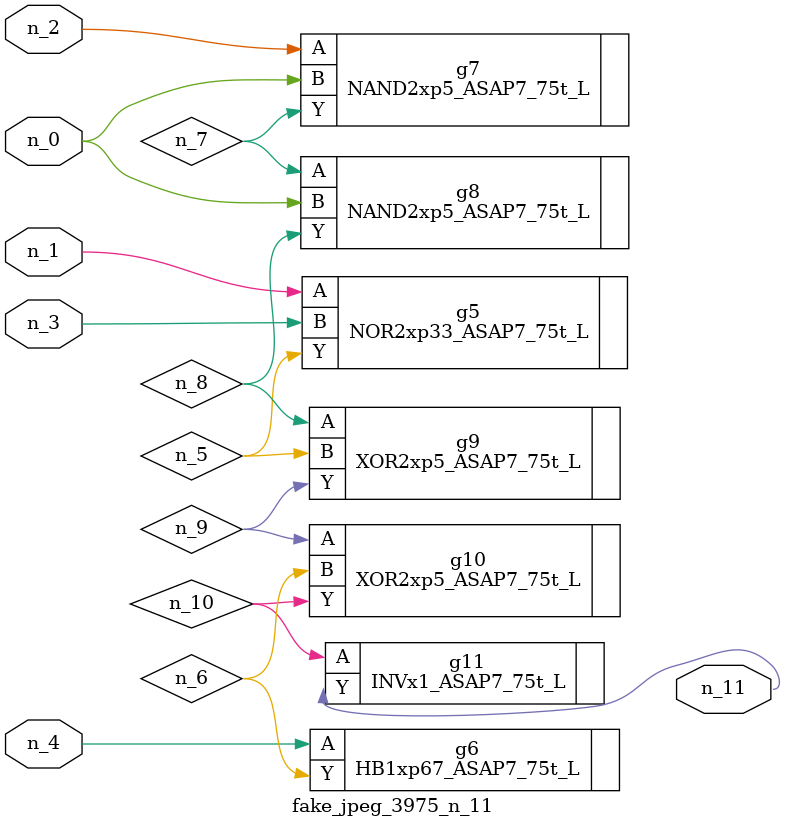
<source format=v>
module fake_jpeg_3975_n_11 (n_3, n_2, n_1, n_0, n_4, n_11);

input n_3;
input n_2;
input n_1;
input n_0;
input n_4;

output n_11;

wire n_10;
wire n_8;
wire n_9;
wire n_6;
wire n_5;
wire n_7;

NOR2xp33_ASAP7_75t_L g5 ( 
.A(n_1),
.B(n_3),
.Y(n_5)
);

HB1xp67_ASAP7_75t_L g6 ( 
.A(n_4),
.Y(n_6)
);

NAND2xp5_ASAP7_75t_L g7 ( 
.A(n_2),
.B(n_0),
.Y(n_7)
);

NAND2xp5_ASAP7_75t_L g8 ( 
.A(n_7),
.B(n_0),
.Y(n_8)
);

XOR2xp5_ASAP7_75t_L g9 ( 
.A(n_8),
.B(n_5),
.Y(n_9)
);

XOR2xp5_ASAP7_75t_L g10 ( 
.A(n_9),
.B(n_6),
.Y(n_10)
);

INVx1_ASAP7_75t_L g11 ( 
.A(n_10),
.Y(n_11)
);


endmodule
</source>
